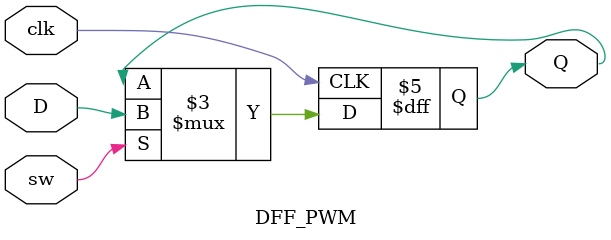
<source format=v>
`timescale 1ns / 1ps

module DFF_PWM(
 input clk,
 input sw,
 input D,
 output reg Q
);

always @(posedge clk)
begin 
 if(sw==1) // slow clock enable signal 
  Q <= D;
end 
endmodule
</source>
